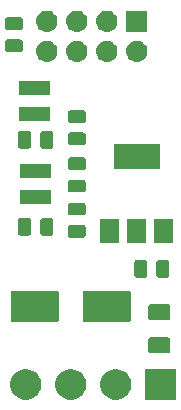
<source format=gbr>
G04 #@! TF.GenerationSoftware,KiCad,Pcbnew,(5.1.2-1)-1*
G04 #@! TF.CreationDate,2019-12-06T11:42:25-08:00*
G04 #@! TF.ProjectId,pixel-stick,70697865-6c2d-4737-9469-636b2e6b6963,rev?*
G04 #@! TF.SameCoordinates,Original*
G04 #@! TF.FileFunction,Soldermask,Top*
G04 #@! TF.FilePolarity,Negative*
%FSLAX46Y46*%
G04 Gerber Fmt 4.6, Leading zero omitted, Abs format (unit mm)*
G04 Created by KiCad (PCBNEW (5.1.2-1)-1) date 2019-12-06 11:42:25*
%MOMM*%
%LPD*%
G04 APERTURE LIST*
%ADD10C,0.100000*%
G04 APERTURE END LIST*
D10*
G36*
X57942680Y-88549680D02*
G01*
X55341320Y-88549680D01*
X55341320Y-85948320D01*
X57942680Y-85948320D01*
X57942680Y-88549680D01*
X57942680Y-88549680D01*
G37*
G36*
X53211393Y-85998304D02*
G01*
X53448101Y-86096352D01*
X53448103Y-86096353D01*
X53661135Y-86238696D01*
X53842304Y-86419865D01*
X53984647Y-86632897D01*
X53984648Y-86632899D01*
X54082696Y-86869607D01*
X54132680Y-87120893D01*
X54132680Y-87377107D01*
X54082696Y-87628393D01*
X53984648Y-87865101D01*
X53984647Y-87865103D01*
X53842304Y-88078135D01*
X53661135Y-88259304D01*
X53448103Y-88401647D01*
X53448102Y-88401648D01*
X53448101Y-88401648D01*
X53211393Y-88499696D01*
X52960107Y-88549680D01*
X52703893Y-88549680D01*
X52452607Y-88499696D01*
X52215899Y-88401648D01*
X52215898Y-88401648D01*
X52215897Y-88401647D01*
X52002865Y-88259304D01*
X51821696Y-88078135D01*
X51679353Y-87865103D01*
X51679352Y-87865101D01*
X51581304Y-87628393D01*
X51531320Y-87377107D01*
X51531320Y-87120893D01*
X51581304Y-86869607D01*
X51679352Y-86632899D01*
X51679353Y-86632897D01*
X51821696Y-86419865D01*
X52002865Y-86238696D01*
X52215897Y-86096353D01*
X52215899Y-86096352D01*
X52452607Y-85998304D01*
X52703893Y-85948320D01*
X52960107Y-85948320D01*
X53211393Y-85998304D01*
X53211393Y-85998304D01*
G37*
G36*
X49401393Y-85998304D02*
G01*
X49638101Y-86096352D01*
X49638103Y-86096353D01*
X49851135Y-86238696D01*
X50032304Y-86419865D01*
X50174647Y-86632897D01*
X50174648Y-86632899D01*
X50272696Y-86869607D01*
X50322680Y-87120893D01*
X50322680Y-87377107D01*
X50272696Y-87628393D01*
X50174648Y-87865101D01*
X50174647Y-87865103D01*
X50032304Y-88078135D01*
X49851135Y-88259304D01*
X49638103Y-88401647D01*
X49638102Y-88401648D01*
X49638101Y-88401648D01*
X49401393Y-88499696D01*
X49150107Y-88549680D01*
X48893893Y-88549680D01*
X48642607Y-88499696D01*
X48405899Y-88401648D01*
X48405898Y-88401648D01*
X48405897Y-88401647D01*
X48192865Y-88259304D01*
X48011696Y-88078135D01*
X47869353Y-87865103D01*
X47869352Y-87865101D01*
X47771304Y-87628393D01*
X47721320Y-87377107D01*
X47721320Y-87120893D01*
X47771304Y-86869607D01*
X47869352Y-86632899D01*
X47869353Y-86632897D01*
X48011696Y-86419865D01*
X48192865Y-86238696D01*
X48405897Y-86096353D01*
X48405899Y-86096352D01*
X48642607Y-85998304D01*
X48893893Y-85948320D01*
X49150107Y-85948320D01*
X49401393Y-85998304D01*
X49401393Y-85998304D01*
G37*
G36*
X45591393Y-85998304D02*
G01*
X45828101Y-86096352D01*
X45828103Y-86096353D01*
X46041135Y-86238696D01*
X46222304Y-86419865D01*
X46364647Y-86632897D01*
X46364648Y-86632899D01*
X46462696Y-86869607D01*
X46512680Y-87120893D01*
X46512680Y-87377107D01*
X46462696Y-87628393D01*
X46364648Y-87865101D01*
X46364647Y-87865103D01*
X46222304Y-88078135D01*
X46041135Y-88259304D01*
X45828103Y-88401647D01*
X45828102Y-88401648D01*
X45828101Y-88401648D01*
X45591393Y-88499696D01*
X45340107Y-88549680D01*
X45083893Y-88549680D01*
X44832607Y-88499696D01*
X44595899Y-88401648D01*
X44595898Y-88401648D01*
X44595897Y-88401647D01*
X44382865Y-88259304D01*
X44201696Y-88078135D01*
X44059353Y-87865103D01*
X44059352Y-87865101D01*
X43961304Y-87628393D01*
X43911320Y-87377107D01*
X43911320Y-87120893D01*
X43961304Y-86869607D01*
X44059352Y-86632899D01*
X44059353Y-86632897D01*
X44201696Y-86419865D01*
X44382865Y-86238696D01*
X44595897Y-86096353D01*
X44595899Y-86096352D01*
X44832607Y-85998304D01*
X45083893Y-85948320D01*
X45340107Y-85948320D01*
X45591393Y-85998304D01*
X45591393Y-85998304D01*
G37*
G36*
X57283604Y-83278347D02*
G01*
X57320144Y-83289432D01*
X57353821Y-83307433D01*
X57383341Y-83331659D01*
X57407567Y-83361179D01*
X57425568Y-83394856D01*
X57436653Y-83431396D01*
X57441000Y-83475538D01*
X57441000Y-84424462D01*
X57436653Y-84468604D01*
X57425568Y-84505144D01*
X57407567Y-84538821D01*
X57383341Y-84568341D01*
X57353821Y-84592567D01*
X57320144Y-84610568D01*
X57283604Y-84621653D01*
X57239462Y-84626000D01*
X55790538Y-84626000D01*
X55746396Y-84621653D01*
X55709856Y-84610568D01*
X55676179Y-84592567D01*
X55646659Y-84568341D01*
X55622433Y-84538821D01*
X55604432Y-84505144D01*
X55593347Y-84468604D01*
X55589000Y-84424462D01*
X55589000Y-83475538D01*
X55593347Y-83431396D01*
X55604432Y-83394856D01*
X55622433Y-83361179D01*
X55646659Y-83331659D01*
X55676179Y-83307433D01*
X55709856Y-83289432D01*
X55746396Y-83278347D01*
X55790538Y-83274000D01*
X57239462Y-83274000D01*
X57283604Y-83278347D01*
X57283604Y-83278347D01*
G37*
G36*
X53991934Y-79347671D02*
G01*
X54021877Y-79356754D01*
X54049465Y-79371500D01*
X54073651Y-79391349D01*
X54093500Y-79415535D01*
X54108246Y-79443123D01*
X54117329Y-79473066D01*
X54121000Y-79510340D01*
X54121000Y-81779660D01*
X54117329Y-81816934D01*
X54108246Y-81846877D01*
X54093500Y-81874465D01*
X54073651Y-81898651D01*
X54049465Y-81918500D01*
X54021877Y-81933246D01*
X53991934Y-81942329D01*
X53954660Y-81946000D01*
X50185340Y-81946000D01*
X50148066Y-81942329D01*
X50118123Y-81933246D01*
X50090535Y-81918500D01*
X50066349Y-81898651D01*
X50046500Y-81874465D01*
X50031754Y-81846877D01*
X50022671Y-81816934D01*
X50019000Y-81779660D01*
X50019000Y-79510340D01*
X50022671Y-79473066D01*
X50031754Y-79443123D01*
X50046500Y-79415535D01*
X50066349Y-79391349D01*
X50090535Y-79371500D01*
X50118123Y-79356754D01*
X50148066Y-79347671D01*
X50185340Y-79344000D01*
X53954660Y-79344000D01*
X53991934Y-79347671D01*
X53991934Y-79347671D01*
G37*
G36*
X47891934Y-79347671D02*
G01*
X47921877Y-79356754D01*
X47949465Y-79371500D01*
X47973651Y-79391349D01*
X47993500Y-79415535D01*
X48008246Y-79443123D01*
X48017329Y-79473066D01*
X48021000Y-79510340D01*
X48021000Y-81779660D01*
X48017329Y-81816934D01*
X48008246Y-81846877D01*
X47993500Y-81874465D01*
X47973651Y-81898651D01*
X47949465Y-81918500D01*
X47921877Y-81933246D01*
X47891934Y-81942329D01*
X47854660Y-81946000D01*
X44085340Y-81946000D01*
X44048066Y-81942329D01*
X44018123Y-81933246D01*
X43990535Y-81918500D01*
X43966349Y-81898651D01*
X43946500Y-81874465D01*
X43931754Y-81846877D01*
X43922671Y-81816934D01*
X43919000Y-81779660D01*
X43919000Y-79510340D01*
X43922671Y-79473066D01*
X43931754Y-79443123D01*
X43946500Y-79415535D01*
X43966349Y-79391349D01*
X43990535Y-79371500D01*
X44018123Y-79356754D01*
X44048066Y-79347671D01*
X44085340Y-79344000D01*
X47854660Y-79344000D01*
X47891934Y-79347671D01*
X47891934Y-79347671D01*
G37*
G36*
X57283604Y-80478347D02*
G01*
X57320144Y-80489432D01*
X57353821Y-80507433D01*
X57383341Y-80531659D01*
X57407567Y-80561179D01*
X57425568Y-80594856D01*
X57436653Y-80631396D01*
X57441000Y-80675538D01*
X57441000Y-81624462D01*
X57436653Y-81668604D01*
X57425568Y-81705144D01*
X57407567Y-81738821D01*
X57383341Y-81768341D01*
X57353821Y-81792567D01*
X57320144Y-81810568D01*
X57283604Y-81821653D01*
X57239462Y-81826000D01*
X55790538Y-81826000D01*
X55746396Y-81821653D01*
X55709856Y-81810568D01*
X55676179Y-81792567D01*
X55646659Y-81768341D01*
X55622433Y-81738821D01*
X55604432Y-81705144D01*
X55593347Y-81668604D01*
X55589000Y-81624462D01*
X55589000Y-80675538D01*
X55593347Y-80631396D01*
X55604432Y-80594856D01*
X55622433Y-80561179D01*
X55646659Y-80531659D01*
X55676179Y-80507433D01*
X55709856Y-80489432D01*
X55746396Y-80478347D01*
X55790538Y-80474000D01*
X57239462Y-80474000D01*
X57283604Y-80478347D01*
X57283604Y-80478347D01*
G37*
G36*
X57189468Y-76723565D02*
G01*
X57228138Y-76735296D01*
X57263777Y-76754346D01*
X57295017Y-76779983D01*
X57320654Y-76811223D01*
X57339704Y-76846862D01*
X57351435Y-76885532D01*
X57356000Y-76931888D01*
X57356000Y-78008112D01*
X57351435Y-78054468D01*
X57339704Y-78093138D01*
X57320654Y-78128777D01*
X57295017Y-78160017D01*
X57263777Y-78185654D01*
X57228138Y-78204704D01*
X57189468Y-78216435D01*
X57143112Y-78221000D01*
X56491888Y-78221000D01*
X56445532Y-78216435D01*
X56406862Y-78204704D01*
X56371223Y-78185654D01*
X56339983Y-78160017D01*
X56314346Y-78128777D01*
X56295296Y-78093138D01*
X56283565Y-78054468D01*
X56279000Y-78008112D01*
X56279000Y-76931888D01*
X56283565Y-76885532D01*
X56295296Y-76846862D01*
X56314346Y-76811223D01*
X56339983Y-76779983D01*
X56371223Y-76754346D01*
X56406862Y-76735296D01*
X56445532Y-76723565D01*
X56491888Y-76719000D01*
X57143112Y-76719000D01*
X57189468Y-76723565D01*
X57189468Y-76723565D01*
G37*
G36*
X55314468Y-76723565D02*
G01*
X55353138Y-76735296D01*
X55388777Y-76754346D01*
X55420017Y-76779983D01*
X55445654Y-76811223D01*
X55464704Y-76846862D01*
X55476435Y-76885532D01*
X55481000Y-76931888D01*
X55481000Y-78008112D01*
X55476435Y-78054468D01*
X55464704Y-78093138D01*
X55445654Y-78128777D01*
X55420017Y-78160017D01*
X55388777Y-78185654D01*
X55353138Y-78204704D01*
X55314468Y-78216435D01*
X55268112Y-78221000D01*
X54616888Y-78221000D01*
X54570532Y-78216435D01*
X54531862Y-78204704D01*
X54496223Y-78185654D01*
X54464983Y-78160017D01*
X54439346Y-78128777D01*
X54420296Y-78093138D01*
X54408565Y-78054468D01*
X54404000Y-78008112D01*
X54404000Y-76931888D01*
X54408565Y-76885532D01*
X54420296Y-76846862D01*
X54439346Y-76811223D01*
X54464983Y-76779983D01*
X54496223Y-76754346D01*
X54531862Y-76735296D01*
X54570532Y-76723565D01*
X54616888Y-76719000D01*
X55268112Y-76719000D01*
X55314468Y-76723565D01*
X55314468Y-76723565D01*
G37*
G36*
X57711000Y-75321000D02*
G01*
X56109000Y-75321000D01*
X56109000Y-73219000D01*
X57711000Y-73219000D01*
X57711000Y-75321000D01*
X57711000Y-75321000D01*
G37*
G36*
X53111000Y-75321000D02*
G01*
X51509000Y-75321000D01*
X51509000Y-73219000D01*
X53111000Y-73219000D01*
X53111000Y-75321000D01*
X53111000Y-75321000D01*
G37*
G36*
X55411000Y-75321000D02*
G01*
X53809000Y-75321000D01*
X53809000Y-73219000D01*
X55411000Y-73219000D01*
X55411000Y-75321000D01*
X55411000Y-75321000D01*
G37*
G36*
X50114468Y-73761065D02*
G01*
X50153138Y-73772796D01*
X50188777Y-73791846D01*
X50220017Y-73817483D01*
X50245654Y-73848723D01*
X50264704Y-73884362D01*
X50276435Y-73923032D01*
X50281000Y-73969388D01*
X50281000Y-74620612D01*
X50276435Y-74666968D01*
X50264704Y-74705638D01*
X50245654Y-74741277D01*
X50220017Y-74772517D01*
X50188777Y-74798154D01*
X50153138Y-74817204D01*
X50114468Y-74828935D01*
X50068112Y-74833500D01*
X48991888Y-74833500D01*
X48945532Y-74828935D01*
X48906862Y-74817204D01*
X48871223Y-74798154D01*
X48839983Y-74772517D01*
X48814346Y-74741277D01*
X48795296Y-74705638D01*
X48783565Y-74666968D01*
X48779000Y-74620612D01*
X48779000Y-73969388D01*
X48783565Y-73923032D01*
X48795296Y-73884362D01*
X48814346Y-73848723D01*
X48839983Y-73817483D01*
X48871223Y-73791846D01*
X48906862Y-73772796D01*
X48945532Y-73761065D01*
X48991888Y-73756500D01*
X50068112Y-73756500D01*
X50114468Y-73761065D01*
X50114468Y-73761065D01*
G37*
G36*
X47361968Y-73167565D02*
G01*
X47400638Y-73179296D01*
X47436277Y-73198346D01*
X47467517Y-73223983D01*
X47493154Y-73255223D01*
X47512204Y-73290862D01*
X47523935Y-73329532D01*
X47528500Y-73375888D01*
X47528500Y-74452112D01*
X47523935Y-74498468D01*
X47512204Y-74537138D01*
X47493154Y-74572777D01*
X47467517Y-74604017D01*
X47436277Y-74629654D01*
X47400638Y-74648704D01*
X47361968Y-74660435D01*
X47315612Y-74665000D01*
X46664388Y-74665000D01*
X46618032Y-74660435D01*
X46579362Y-74648704D01*
X46543723Y-74629654D01*
X46512483Y-74604017D01*
X46486846Y-74572777D01*
X46467796Y-74537138D01*
X46456065Y-74498468D01*
X46451500Y-74452112D01*
X46451500Y-73375888D01*
X46456065Y-73329532D01*
X46467796Y-73290862D01*
X46486846Y-73255223D01*
X46512483Y-73223983D01*
X46543723Y-73198346D01*
X46579362Y-73179296D01*
X46618032Y-73167565D01*
X46664388Y-73163000D01*
X47315612Y-73163000D01*
X47361968Y-73167565D01*
X47361968Y-73167565D01*
G37*
G36*
X45486968Y-73167565D02*
G01*
X45525638Y-73179296D01*
X45561277Y-73198346D01*
X45592517Y-73223983D01*
X45618154Y-73255223D01*
X45637204Y-73290862D01*
X45648935Y-73329532D01*
X45653500Y-73375888D01*
X45653500Y-74452112D01*
X45648935Y-74498468D01*
X45637204Y-74537138D01*
X45618154Y-74572777D01*
X45592517Y-74604017D01*
X45561277Y-74629654D01*
X45525638Y-74648704D01*
X45486968Y-74660435D01*
X45440612Y-74665000D01*
X44789388Y-74665000D01*
X44743032Y-74660435D01*
X44704362Y-74648704D01*
X44668723Y-74629654D01*
X44637483Y-74604017D01*
X44611846Y-74572777D01*
X44592796Y-74537138D01*
X44581065Y-74498468D01*
X44576500Y-74452112D01*
X44576500Y-73375888D01*
X44581065Y-73329532D01*
X44592796Y-73290862D01*
X44611846Y-73255223D01*
X44637483Y-73223983D01*
X44668723Y-73198346D01*
X44704362Y-73179296D01*
X44743032Y-73167565D01*
X44789388Y-73163000D01*
X45440612Y-73163000D01*
X45486968Y-73167565D01*
X45486968Y-73167565D01*
G37*
G36*
X50114468Y-71886065D02*
G01*
X50153138Y-71897796D01*
X50188777Y-71916846D01*
X50220017Y-71942483D01*
X50245654Y-71973723D01*
X50264704Y-72009362D01*
X50276435Y-72048032D01*
X50281000Y-72094388D01*
X50281000Y-72745612D01*
X50276435Y-72791968D01*
X50264704Y-72830638D01*
X50245654Y-72866277D01*
X50220017Y-72897517D01*
X50188777Y-72923154D01*
X50153138Y-72942204D01*
X50114468Y-72953935D01*
X50068112Y-72958500D01*
X48991888Y-72958500D01*
X48945532Y-72953935D01*
X48906862Y-72942204D01*
X48871223Y-72923154D01*
X48839983Y-72897517D01*
X48814346Y-72866277D01*
X48795296Y-72830638D01*
X48783565Y-72791968D01*
X48779000Y-72745612D01*
X48779000Y-72094388D01*
X48783565Y-72048032D01*
X48795296Y-72009362D01*
X48814346Y-71973723D01*
X48839983Y-71942483D01*
X48871223Y-71916846D01*
X48906862Y-71897796D01*
X48945532Y-71886065D01*
X48991888Y-71881500D01*
X50068112Y-71881500D01*
X50114468Y-71886065D01*
X50114468Y-71886065D01*
G37*
G36*
X47361000Y-71955000D02*
G01*
X44709000Y-71955000D01*
X44709000Y-70793000D01*
X47361000Y-70793000D01*
X47361000Y-71955000D01*
X47361000Y-71955000D01*
G37*
G36*
X50114468Y-69921065D02*
G01*
X50153138Y-69932796D01*
X50188777Y-69951846D01*
X50220017Y-69977483D01*
X50245654Y-70008723D01*
X50264704Y-70044362D01*
X50276435Y-70083032D01*
X50281000Y-70129388D01*
X50281000Y-70780612D01*
X50276435Y-70826968D01*
X50264704Y-70865638D01*
X50245654Y-70901277D01*
X50220017Y-70932517D01*
X50188777Y-70958154D01*
X50153138Y-70977204D01*
X50114468Y-70988935D01*
X50068112Y-70993500D01*
X48991888Y-70993500D01*
X48945532Y-70988935D01*
X48906862Y-70977204D01*
X48871223Y-70958154D01*
X48839983Y-70932517D01*
X48814346Y-70901277D01*
X48795296Y-70865638D01*
X48783565Y-70826968D01*
X48779000Y-70780612D01*
X48779000Y-70129388D01*
X48783565Y-70083032D01*
X48795296Y-70044362D01*
X48814346Y-70008723D01*
X48839983Y-69977483D01*
X48871223Y-69951846D01*
X48906862Y-69932796D01*
X48945532Y-69921065D01*
X48991888Y-69916500D01*
X50068112Y-69916500D01*
X50114468Y-69921065D01*
X50114468Y-69921065D01*
G37*
G36*
X47361000Y-69755000D02*
G01*
X44709000Y-69755000D01*
X44709000Y-68593000D01*
X47361000Y-68593000D01*
X47361000Y-69755000D01*
X47361000Y-69755000D01*
G37*
G36*
X50114468Y-68046065D02*
G01*
X50153138Y-68057796D01*
X50188777Y-68076846D01*
X50220017Y-68102483D01*
X50245654Y-68133723D01*
X50264704Y-68169362D01*
X50276435Y-68208032D01*
X50281000Y-68254388D01*
X50281000Y-68905612D01*
X50276435Y-68951968D01*
X50264704Y-68990638D01*
X50245654Y-69026277D01*
X50220017Y-69057517D01*
X50188777Y-69083154D01*
X50153138Y-69102204D01*
X50114468Y-69113935D01*
X50068112Y-69118500D01*
X48991888Y-69118500D01*
X48945532Y-69113935D01*
X48906862Y-69102204D01*
X48871223Y-69083154D01*
X48839983Y-69057517D01*
X48814346Y-69026277D01*
X48795296Y-68990638D01*
X48783565Y-68951968D01*
X48779000Y-68905612D01*
X48779000Y-68254388D01*
X48783565Y-68208032D01*
X48795296Y-68169362D01*
X48814346Y-68133723D01*
X48839983Y-68102483D01*
X48871223Y-68076846D01*
X48906862Y-68057796D01*
X48945532Y-68046065D01*
X48991888Y-68041500D01*
X50068112Y-68041500D01*
X50114468Y-68046065D01*
X50114468Y-68046065D01*
G37*
G36*
X56561000Y-69021000D02*
G01*
X52659000Y-69021000D01*
X52659000Y-66919000D01*
X56561000Y-66919000D01*
X56561000Y-69021000D01*
X56561000Y-69021000D01*
G37*
G36*
X47361968Y-65801565D02*
G01*
X47400638Y-65813296D01*
X47436277Y-65832346D01*
X47467517Y-65857983D01*
X47493154Y-65889223D01*
X47512204Y-65924862D01*
X47523935Y-65963532D01*
X47528500Y-66009888D01*
X47528500Y-67086112D01*
X47523935Y-67132468D01*
X47512204Y-67171138D01*
X47493154Y-67206777D01*
X47467517Y-67238017D01*
X47436277Y-67263654D01*
X47400638Y-67282704D01*
X47361968Y-67294435D01*
X47315612Y-67299000D01*
X46664388Y-67299000D01*
X46618032Y-67294435D01*
X46579362Y-67282704D01*
X46543723Y-67263654D01*
X46512483Y-67238017D01*
X46486846Y-67206777D01*
X46467796Y-67171138D01*
X46456065Y-67132468D01*
X46451500Y-67086112D01*
X46451500Y-66009888D01*
X46456065Y-65963532D01*
X46467796Y-65924862D01*
X46486846Y-65889223D01*
X46512483Y-65857983D01*
X46543723Y-65832346D01*
X46579362Y-65813296D01*
X46618032Y-65801565D01*
X46664388Y-65797000D01*
X47315612Y-65797000D01*
X47361968Y-65801565D01*
X47361968Y-65801565D01*
G37*
G36*
X45486968Y-65801565D02*
G01*
X45525638Y-65813296D01*
X45561277Y-65832346D01*
X45592517Y-65857983D01*
X45618154Y-65889223D01*
X45637204Y-65924862D01*
X45648935Y-65963532D01*
X45653500Y-66009888D01*
X45653500Y-67086112D01*
X45648935Y-67132468D01*
X45637204Y-67171138D01*
X45618154Y-67206777D01*
X45592517Y-67238017D01*
X45561277Y-67263654D01*
X45525638Y-67282704D01*
X45486968Y-67294435D01*
X45440612Y-67299000D01*
X44789388Y-67299000D01*
X44743032Y-67294435D01*
X44704362Y-67282704D01*
X44668723Y-67263654D01*
X44637483Y-67238017D01*
X44611846Y-67206777D01*
X44592796Y-67171138D01*
X44581065Y-67132468D01*
X44576500Y-67086112D01*
X44576500Y-66009888D01*
X44581065Y-65963532D01*
X44592796Y-65924862D01*
X44611846Y-65889223D01*
X44637483Y-65857983D01*
X44668723Y-65832346D01*
X44704362Y-65813296D01*
X44743032Y-65801565D01*
X44789388Y-65797000D01*
X45440612Y-65797000D01*
X45486968Y-65801565D01*
X45486968Y-65801565D01*
G37*
G36*
X50114468Y-65935565D02*
G01*
X50153138Y-65947296D01*
X50188777Y-65966346D01*
X50220017Y-65991983D01*
X50245654Y-66023223D01*
X50264704Y-66058862D01*
X50276435Y-66097532D01*
X50281000Y-66143888D01*
X50281000Y-66795112D01*
X50276435Y-66841468D01*
X50264704Y-66880138D01*
X50245654Y-66915777D01*
X50220017Y-66947017D01*
X50188777Y-66972654D01*
X50153138Y-66991704D01*
X50114468Y-67003435D01*
X50068112Y-67008000D01*
X48991888Y-67008000D01*
X48945532Y-67003435D01*
X48906862Y-66991704D01*
X48871223Y-66972654D01*
X48839983Y-66947017D01*
X48814346Y-66915777D01*
X48795296Y-66880138D01*
X48783565Y-66841468D01*
X48779000Y-66795112D01*
X48779000Y-66143888D01*
X48783565Y-66097532D01*
X48795296Y-66058862D01*
X48814346Y-66023223D01*
X48839983Y-65991983D01*
X48871223Y-65966346D01*
X48906862Y-65947296D01*
X48945532Y-65935565D01*
X48991888Y-65931000D01*
X50068112Y-65931000D01*
X50114468Y-65935565D01*
X50114468Y-65935565D01*
G37*
G36*
X50114468Y-64060565D02*
G01*
X50153138Y-64072296D01*
X50188777Y-64091346D01*
X50220017Y-64116983D01*
X50245654Y-64148223D01*
X50264704Y-64183862D01*
X50276435Y-64222532D01*
X50281000Y-64268888D01*
X50281000Y-64920112D01*
X50276435Y-64966468D01*
X50264704Y-65005138D01*
X50245654Y-65040777D01*
X50220017Y-65072017D01*
X50188777Y-65097654D01*
X50153138Y-65116704D01*
X50114468Y-65128435D01*
X50068112Y-65133000D01*
X48991888Y-65133000D01*
X48945532Y-65128435D01*
X48906862Y-65116704D01*
X48871223Y-65097654D01*
X48839983Y-65072017D01*
X48814346Y-65040777D01*
X48795296Y-65005138D01*
X48783565Y-64966468D01*
X48779000Y-64920112D01*
X48779000Y-64268888D01*
X48783565Y-64222532D01*
X48795296Y-64183862D01*
X48814346Y-64148223D01*
X48839983Y-64116983D01*
X48871223Y-64091346D01*
X48906862Y-64072296D01*
X48945532Y-64060565D01*
X48991888Y-64056000D01*
X50068112Y-64056000D01*
X50114468Y-64060565D01*
X50114468Y-64060565D01*
G37*
G36*
X47300000Y-64927000D02*
G01*
X44648000Y-64927000D01*
X44648000Y-63765000D01*
X47300000Y-63765000D01*
X47300000Y-64927000D01*
X47300000Y-64927000D01*
G37*
G36*
X47300000Y-62727000D02*
G01*
X44648000Y-62727000D01*
X44648000Y-61565000D01*
X47300000Y-61565000D01*
X47300000Y-62727000D01*
X47300000Y-62727000D01*
G37*
G36*
X47100442Y-58160518D02*
G01*
X47166627Y-58167037D01*
X47336466Y-58218557D01*
X47336468Y-58218558D01*
X47414729Y-58260390D01*
X47492991Y-58302222D01*
X47522269Y-58326250D01*
X47630186Y-58414814D01*
X47713448Y-58516271D01*
X47742778Y-58552009D01*
X47826443Y-58708534D01*
X47877963Y-58878373D01*
X47895359Y-59055000D01*
X47877963Y-59231627D01*
X47826443Y-59401466D01*
X47742778Y-59557991D01*
X47713448Y-59593729D01*
X47630186Y-59695186D01*
X47528729Y-59778448D01*
X47492991Y-59807778D01*
X47336466Y-59891443D01*
X47166627Y-59942963D01*
X47100442Y-59949482D01*
X47034260Y-59956000D01*
X46945740Y-59956000D01*
X46879558Y-59949482D01*
X46813373Y-59942963D01*
X46643534Y-59891443D01*
X46487009Y-59807778D01*
X46451271Y-59778448D01*
X46349814Y-59695186D01*
X46266552Y-59593729D01*
X46237222Y-59557991D01*
X46153557Y-59401466D01*
X46102037Y-59231627D01*
X46084641Y-59055000D01*
X46102037Y-58878373D01*
X46153557Y-58708534D01*
X46237222Y-58552009D01*
X46266552Y-58516271D01*
X46349814Y-58414814D01*
X46457731Y-58326250D01*
X46487009Y-58302222D01*
X46565272Y-58260389D01*
X46643532Y-58218558D01*
X46643534Y-58218557D01*
X46813373Y-58167037D01*
X46879558Y-58160518D01*
X46945740Y-58154000D01*
X47034260Y-58154000D01*
X47100442Y-58160518D01*
X47100442Y-58160518D01*
G37*
G36*
X54720442Y-58160518D02*
G01*
X54786627Y-58167037D01*
X54956466Y-58218557D01*
X54956468Y-58218558D01*
X55034729Y-58260390D01*
X55112991Y-58302222D01*
X55142269Y-58326250D01*
X55250186Y-58414814D01*
X55333448Y-58516271D01*
X55362778Y-58552009D01*
X55446443Y-58708534D01*
X55497963Y-58878373D01*
X55515359Y-59055000D01*
X55497963Y-59231627D01*
X55446443Y-59401466D01*
X55362778Y-59557991D01*
X55333448Y-59593729D01*
X55250186Y-59695186D01*
X55148729Y-59778448D01*
X55112991Y-59807778D01*
X54956466Y-59891443D01*
X54786627Y-59942963D01*
X54720442Y-59949482D01*
X54654260Y-59956000D01*
X54565740Y-59956000D01*
X54499558Y-59949482D01*
X54433373Y-59942963D01*
X54263534Y-59891443D01*
X54107009Y-59807778D01*
X54071271Y-59778448D01*
X53969814Y-59695186D01*
X53886552Y-59593729D01*
X53857222Y-59557991D01*
X53773557Y-59401466D01*
X53722037Y-59231627D01*
X53704641Y-59055000D01*
X53722037Y-58878373D01*
X53773557Y-58708534D01*
X53857222Y-58552009D01*
X53886552Y-58516271D01*
X53969814Y-58414814D01*
X54077731Y-58326250D01*
X54107009Y-58302222D01*
X54185272Y-58260389D01*
X54263532Y-58218558D01*
X54263534Y-58218557D01*
X54433373Y-58167037D01*
X54499558Y-58160518D01*
X54565740Y-58154000D01*
X54654260Y-58154000D01*
X54720442Y-58160518D01*
X54720442Y-58160518D01*
G37*
G36*
X52180442Y-58160518D02*
G01*
X52246627Y-58167037D01*
X52416466Y-58218557D01*
X52416468Y-58218558D01*
X52494729Y-58260390D01*
X52572991Y-58302222D01*
X52602269Y-58326250D01*
X52710186Y-58414814D01*
X52793448Y-58516271D01*
X52822778Y-58552009D01*
X52906443Y-58708534D01*
X52957963Y-58878373D01*
X52975359Y-59055000D01*
X52957963Y-59231627D01*
X52906443Y-59401466D01*
X52822778Y-59557991D01*
X52793448Y-59593729D01*
X52710186Y-59695186D01*
X52608729Y-59778448D01*
X52572991Y-59807778D01*
X52416466Y-59891443D01*
X52246627Y-59942963D01*
X52180442Y-59949482D01*
X52114260Y-59956000D01*
X52025740Y-59956000D01*
X51959558Y-59949482D01*
X51893373Y-59942963D01*
X51723534Y-59891443D01*
X51567009Y-59807778D01*
X51531271Y-59778448D01*
X51429814Y-59695186D01*
X51346552Y-59593729D01*
X51317222Y-59557991D01*
X51233557Y-59401466D01*
X51182037Y-59231627D01*
X51164641Y-59055000D01*
X51182037Y-58878373D01*
X51233557Y-58708534D01*
X51317222Y-58552009D01*
X51346552Y-58516271D01*
X51429814Y-58414814D01*
X51537731Y-58326250D01*
X51567009Y-58302222D01*
X51645272Y-58260389D01*
X51723532Y-58218558D01*
X51723534Y-58218557D01*
X51893373Y-58167037D01*
X51959558Y-58160518D01*
X52025740Y-58154000D01*
X52114260Y-58154000D01*
X52180442Y-58160518D01*
X52180442Y-58160518D01*
G37*
G36*
X49640442Y-58160518D02*
G01*
X49706627Y-58167037D01*
X49876466Y-58218557D01*
X49876468Y-58218558D01*
X49954729Y-58260390D01*
X50032991Y-58302222D01*
X50062269Y-58326250D01*
X50170186Y-58414814D01*
X50253448Y-58516271D01*
X50282778Y-58552009D01*
X50366443Y-58708534D01*
X50417963Y-58878373D01*
X50435359Y-59055000D01*
X50417963Y-59231627D01*
X50366443Y-59401466D01*
X50282778Y-59557991D01*
X50253448Y-59593729D01*
X50170186Y-59695186D01*
X50068729Y-59778448D01*
X50032991Y-59807778D01*
X49876466Y-59891443D01*
X49706627Y-59942963D01*
X49640442Y-59949482D01*
X49574260Y-59956000D01*
X49485740Y-59956000D01*
X49419558Y-59949482D01*
X49353373Y-59942963D01*
X49183534Y-59891443D01*
X49027009Y-59807778D01*
X48991271Y-59778448D01*
X48889814Y-59695186D01*
X48806552Y-59593729D01*
X48777222Y-59557991D01*
X48693557Y-59401466D01*
X48642037Y-59231627D01*
X48624641Y-59055000D01*
X48642037Y-58878373D01*
X48693557Y-58708534D01*
X48777222Y-58552009D01*
X48806552Y-58516271D01*
X48889814Y-58414814D01*
X48997731Y-58326250D01*
X49027009Y-58302222D01*
X49105272Y-58260389D01*
X49183532Y-58218558D01*
X49183534Y-58218557D01*
X49353373Y-58167037D01*
X49419558Y-58160518D01*
X49485740Y-58154000D01*
X49574260Y-58154000D01*
X49640442Y-58160518D01*
X49640442Y-58160518D01*
G37*
G36*
X44780468Y-58061565D02*
G01*
X44819138Y-58073296D01*
X44854777Y-58092346D01*
X44886017Y-58117983D01*
X44911654Y-58149223D01*
X44930704Y-58184862D01*
X44942435Y-58223532D01*
X44947000Y-58269888D01*
X44947000Y-58921112D01*
X44942435Y-58967468D01*
X44930704Y-59006138D01*
X44911654Y-59041777D01*
X44886017Y-59073017D01*
X44854777Y-59098654D01*
X44819138Y-59117704D01*
X44780468Y-59129435D01*
X44734112Y-59134000D01*
X43657888Y-59134000D01*
X43611532Y-59129435D01*
X43572862Y-59117704D01*
X43537223Y-59098654D01*
X43505983Y-59073017D01*
X43480346Y-59041777D01*
X43461296Y-59006138D01*
X43449565Y-58967468D01*
X43445000Y-58921112D01*
X43445000Y-58269888D01*
X43449565Y-58223532D01*
X43461296Y-58184862D01*
X43480346Y-58149223D01*
X43505983Y-58117983D01*
X43537223Y-58092346D01*
X43572862Y-58073296D01*
X43611532Y-58061565D01*
X43657888Y-58057000D01*
X44734112Y-58057000D01*
X44780468Y-58061565D01*
X44780468Y-58061565D01*
G37*
G36*
X52180443Y-55620519D02*
G01*
X52246627Y-55627037D01*
X52416466Y-55678557D01*
X52572991Y-55762222D01*
X52608729Y-55791552D01*
X52710186Y-55874814D01*
X52793448Y-55976271D01*
X52822778Y-56012009D01*
X52906443Y-56168534D01*
X52957963Y-56338373D01*
X52975359Y-56515000D01*
X52957963Y-56691627D01*
X52906443Y-56861466D01*
X52822778Y-57017991D01*
X52793448Y-57053729D01*
X52710186Y-57155186D01*
X52638979Y-57213623D01*
X52572991Y-57267778D01*
X52416466Y-57351443D01*
X52246627Y-57402963D01*
X52180443Y-57409481D01*
X52114260Y-57416000D01*
X52025740Y-57416000D01*
X51959557Y-57409481D01*
X51893373Y-57402963D01*
X51723534Y-57351443D01*
X51567009Y-57267778D01*
X51501021Y-57213623D01*
X51429814Y-57155186D01*
X51346552Y-57053729D01*
X51317222Y-57017991D01*
X51233557Y-56861466D01*
X51182037Y-56691627D01*
X51164641Y-56515000D01*
X51182037Y-56338373D01*
X51233557Y-56168534D01*
X51317222Y-56012009D01*
X51346552Y-55976271D01*
X51429814Y-55874814D01*
X51531271Y-55791552D01*
X51567009Y-55762222D01*
X51723534Y-55678557D01*
X51893373Y-55627037D01*
X51959557Y-55620519D01*
X52025740Y-55614000D01*
X52114260Y-55614000D01*
X52180443Y-55620519D01*
X52180443Y-55620519D01*
G37*
G36*
X49640443Y-55620519D02*
G01*
X49706627Y-55627037D01*
X49876466Y-55678557D01*
X50032991Y-55762222D01*
X50068729Y-55791552D01*
X50170186Y-55874814D01*
X50253448Y-55976271D01*
X50282778Y-56012009D01*
X50366443Y-56168534D01*
X50417963Y-56338373D01*
X50435359Y-56515000D01*
X50417963Y-56691627D01*
X50366443Y-56861466D01*
X50282778Y-57017991D01*
X50253448Y-57053729D01*
X50170186Y-57155186D01*
X50098979Y-57213623D01*
X50032991Y-57267778D01*
X49876466Y-57351443D01*
X49706627Y-57402963D01*
X49640443Y-57409481D01*
X49574260Y-57416000D01*
X49485740Y-57416000D01*
X49419557Y-57409481D01*
X49353373Y-57402963D01*
X49183534Y-57351443D01*
X49027009Y-57267778D01*
X48961021Y-57213623D01*
X48889814Y-57155186D01*
X48806552Y-57053729D01*
X48777222Y-57017991D01*
X48693557Y-56861466D01*
X48642037Y-56691627D01*
X48624641Y-56515000D01*
X48642037Y-56338373D01*
X48693557Y-56168534D01*
X48777222Y-56012009D01*
X48806552Y-55976271D01*
X48889814Y-55874814D01*
X48991271Y-55791552D01*
X49027009Y-55762222D01*
X49183534Y-55678557D01*
X49353373Y-55627037D01*
X49419557Y-55620519D01*
X49485740Y-55614000D01*
X49574260Y-55614000D01*
X49640443Y-55620519D01*
X49640443Y-55620519D01*
G37*
G36*
X47100443Y-55620519D02*
G01*
X47166627Y-55627037D01*
X47336466Y-55678557D01*
X47492991Y-55762222D01*
X47528729Y-55791552D01*
X47630186Y-55874814D01*
X47713448Y-55976271D01*
X47742778Y-56012009D01*
X47826443Y-56168534D01*
X47877963Y-56338373D01*
X47895359Y-56515000D01*
X47877963Y-56691627D01*
X47826443Y-56861466D01*
X47742778Y-57017991D01*
X47713448Y-57053729D01*
X47630186Y-57155186D01*
X47558979Y-57213623D01*
X47492991Y-57267778D01*
X47336466Y-57351443D01*
X47166627Y-57402963D01*
X47100443Y-57409481D01*
X47034260Y-57416000D01*
X46945740Y-57416000D01*
X46879557Y-57409481D01*
X46813373Y-57402963D01*
X46643534Y-57351443D01*
X46487009Y-57267778D01*
X46421021Y-57213623D01*
X46349814Y-57155186D01*
X46266552Y-57053729D01*
X46237222Y-57017991D01*
X46153557Y-56861466D01*
X46102037Y-56691627D01*
X46084641Y-56515000D01*
X46102037Y-56338373D01*
X46153557Y-56168534D01*
X46237222Y-56012009D01*
X46266552Y-55976271D01*
X46349814Y-55874814D01*
X46451271Y-55791552D01*
X46487009Y-55762222D01*
X46643534Y-55678557D01*
X46813373Y-55627037D01*
X46879557Y-55620519D01*
X46945740Y-55614000D01*
X47034260Y-55614000D01*
X47100443Y-55620519D01*
X47100443Y-55620519D01*
G37*
G36*
X55511000Y-57416000D02*
G01*
X53709000Y-57416000D01*
X53709000Y-55614000D01*
X55511000Y-55614000D01*
X55511000Y-57416000D01*
X55511000Y-57416000D01*
G37*
G36*
X44780468Y-56186565D02*
G01*
X44819138Y-56198296D01*
X44854777Y-56217346D01*
X44886017Y-56242983D01*
X44911654Y-56274223D01*
X44930704Y-56309862D01*
X44942435Y-56348532D01*
X44947000Y-56394888D01*
X44947000Y-57046112D01*
X44942435Y-57092468D01*
X44930704Y-57131138D01*
X44911654Y-57166777D01*
X44886017Y-57198017D01*
X44854777Y-57223654D01*
X44819138Y-57242704D01*
X44780468Y-57254435D01*
X44734112Y-57259000D01*
X43657888Y-57259000D01*
X43611532Y-57254435D01*
X43572862Y-57242704D01*
X43537223Y-57223654D01*
X43505983Y-57198017D01*
X43480346Y-57166777D01*
X43461296Y-57131138D01*
X43449565Y-57092468D01*
X43445000Y-57046112D01*
X43445000Y-56394888D01*
X43449565Y-56348532D01*
X43461296Y-56309862D01*
X43480346Y-56274223D01*
X43505983Y-56242983D01*
X43537223Y-56217346D01*
X43572862Y-56198296D01*
X43611532Y-56186565D01*
X43657888Y-56182000D01*
X44734112Y-56182000D01*
X44780468Y-56186565D01*
X44780468Y-56186565D01*
G37*
M02*

</source>
